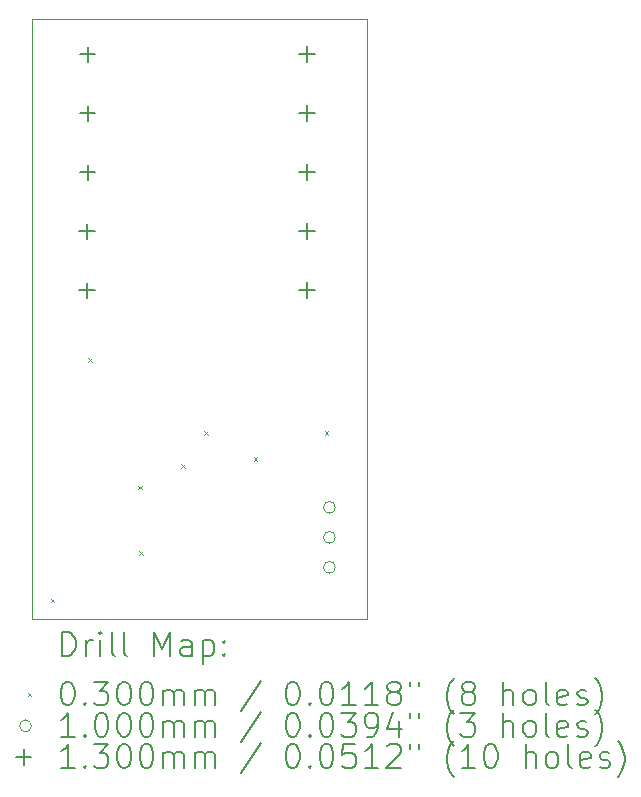
<source format=gbr>
%TF.GenerationSoftware,KiCad,Pcbnew,8.0.6-8.0.6-0~ubuntu24.04.1*%
%TF.CreationDate,2024-10-21T11:40:31+11:00*%
%TF.ProjectId,PCB-Receiver,5043422d-5265-4636-9569-7665722e6b69,rev?*%
%TF.SameCoordinates,Original*%
%TF.FileFunction,Drillmap*%
%TF.FilePolarity,Positive*%
%FSLAX45Y45*%
G04 Gerber Fmt 4.5, Leading zero omitted, Abs format (unit mm)*
G04 Created by KiCad (PCBNEW 8.0.6-8.0.6-0~ubuntu24.04.1) date 2024-10-21 11:40:31*
%MOMM*%
%LPD*%
G01*
G04 APERTURE LIST*
%ADD10C,0.050000*%
%ADD11C,0.200000*%
%ADD12C,0.100000*%
%ADD13C,0.130000*%
G04 APERTURE END LIST*
D10*
X7200000Y-2900000D02*
X10040000Y-2900000D01*
X10040000Y-7980000D01*
X7200000Y-7980000D01*
X7200000Y-2900000D01*
D11*
D12*
X7360000Y-7810000D02*
X7390000Y-7840000D01*
X7390000Y-7810000D02*
X7360000Y-7840000D01*
X7678090Y-5772500D02*
X7708090Y-5802500D01*
X7708090Y-5772500D02*
X7678090Y-5802500D01*
X8100130Y-6854250D02*
X8130130Y-6884250D01*
X8130130Y-6854250D02*
X8100130Y-6884250D01*
X8110000Y-7410000D02*
X8140000Y-7440000D01*
X8140000Y-7410000D02*
X8110000Y-7440000D01*
X8464300Y-6670720D02*
X8494300Y-6700720D01*
X8494300Y-6670720D02*
X8464300Y-6700720D01*
X8662500Y-6391960D02*
X8692500Y-6421960D01*
X8692500Y-6391960D02*
X8662500Y-6421960D01*
X9080000Y-6610910D02*
X9110000Y-6640910D01*
X9110000Y-6610910D02*
X9080000Y-6640910D01*
X9680000Y-6391250D02*
X9710000Y-6421250D01*
X9710000Y-6391250D02*
X9680000Y-6421250D01*
X9770750Y-7036700D02*
G75*
G02*
X9670750Y-7036700I-50000J0D01*
G01*
X9670750Y-7036700D02*
G75*
G02*
X9770750Y-7036700I50000J0D01*
G01*
X9770750Y-7290700D02*
G75*
G02*
X9670750Y-7290700I-50000J0D01*
G01*
X9670750Y-7290700D02*
G75*
G02*
X9770750Y-7290700I50000J0D01*
G01*
X9770750Y-7544700D02*
G75*
G02*
X9670750Y-7544700I-50000J0D01*
G01*
X9670750Y-7544700D02*
G75*
G02*
X9770750Y-7544700I50000J0D01*
G01*
D13*
X7669500Y-4635000D02*
X7669500Y-4765000D01*
X7604500Y-4700000D02*
X7734500Y-4700000D01*
X7669500Y-5135000D02*
X7669500Y-5265000D01*
X7604500Y-5200000D02*
X7734500Y-5200000D01*
X7675000Y-3135000D02*
X7675000Y-3265000D01*
X7610000Y-3200000D02*
X7740000Y-3200000D01*
X7675000Y-3635000D02*
X7675000Y-3765000D01*
X7610000Y-3700000D02*
X7740000Y-3700000D01*
X7675000Y-4135000D02*
X7675000Y-4265000D01*
X7610000Y-4200000D02*
X7740000Y-4200000D01*
X9530500Y-3132000D02*
X9530500Y-3262000D01*
X9465500Y-3197000D02*
X9595500Y-3197000D01*
X9530500Y-3632000D02*
X9530500Y-3762000D01*
X9465500Y-3697000D02*
X9595500Y-3697000D01*
X9530500Y-4132000D02*
X9530500Y-4262000D01*
X9465500Y-4197000D02*
X9595500Y-4197000D01*
X9530500Y-4632000D02*
X9530500Y-4762000D01*
X9465500Y-4697000D02*
X9595500Y-4697000D01*
X9530500Y-5132000D02*
X9530500Y-5262000D01*
X9465500Y-5197000D02*
X9595500Y-5197000D01*
D11*
X7458277Y-8293984D02*
X7458277Y-8093984D01*
X7458277Y-8093984D02*
X7505896Y-8093984D01*
X7505896Y-8093984D02*
X7534467Y-8103508D01*
X7534467Y-8103508D02*
X7553515Y-8122555D01*
X7553515Y-8122555D02*
X7563039Y-8141603D01*
X7563039Y-8141603D02*
X7572562Y-8179698D01*
X7572562Y-8179698D02*
X7572562Y-8208269D01*
X7572562Y-8208269D02*
X7563039Y-8246365D01*
X7563039Y-8246365D02*
X7553515Y-8265412D01*
X7553515Y-8265412D02*
X7534467Y-8284460D01*
X7534467Y-8284460D02*
X7505896Y-8293984D01*
X7505896Y-8293984D02*
X7458277Y-8293984D01*
X7658277Y-8293984D02*
X7658277Y-8160650D01*
X7658277Y-8198746D02*
X7667801Y-8179698D01*
X7667801Y-8179698D02*
X7677324Y-8170174D01*
X7677324Y-8170174D02*
X7696372Y-8160650D01*
X7696372Y-8160650D02*
X7715420Y-8160650D01*
X7782086Y-8293984D02*
X7782086Y-8160650D01*
X7782086Y-8093984D02*
X7772562Y-8103508D01*
X7772562Y-8103508D02*
X7782086Y-8113031D01*
X7782086Y-8113031D02*
X7791610Y-8103508D01*
X7791610Y-8103508D02*
X7782086Y-8093984D01*
X7782086Y-8093984D02*
X7782086Y-8113031D01*
X7905896Y-8293984D02*
X7886848Y-8284460D01*
X7886848Y-8284460D02*
X7877324Y-8265412D01*
X7877324Y-8265412D02*
X7877324Y-8093984D01*
X8010658Y-8293984D02*
X7991610Y-8284460D01*
X7991610Y-8284460D02*
X7982086Y-8265412D01*
X7982086Y-8265412D02*
X7982086Y-8093984D01*
X8239229Y-8293984D02*
X8239229Y-8093984D01*
X8239229Y-8093984D02*
X8305896Y-8236841D01*
X8305896Y-8236841D02*
X8372562Y-8093984D01*
X8372562Y-8093984D02*
X8372562Y-8293984D01*
X8553515Y-8293984D02*
X8553515Y-8189222D01*
X8553515Y-8189222D02*
X8543991Y-8170174D01*
X8543991Y-8170174D02*
X8524944Y-8160650D01*
X8524944Y-8160650D02*
X8486848Y-8160650D01*
X8486848Y-8160650D02*
X8467801Y-8170174D01*
X8553515Y-8284460D02*
X8534467Y-8293984D01*
X8534467Y-8293984D02*
X8486848Y-8293984D01*
X8486848Y-8293984D02*
X8467801Y-8284460D01*
X8467801Y-8284460D02*
X8458277Y-8265412D01*
X8458277Y-8265412D02*
X8458277Y-8246365D01*
X8458277Y-8246365D02*
X8467801Y-8227317D01*
X8467801Y-8227317D02*
X8486848Y-8217793D01*
X8486848Y-8217793D02*
X8534467Y-8217793D01*
X8534467Y-8217793D02*
X8553515Y-8208269D01*
X8648753Y-8160650D02*
X8648753Y-8360650D01*
X8648753Y-8170174D02*
X8667801Y-8160650D01*
X8667801Y-8160650D02*
X8705896Y-8160650D01*
X8705896Y-8160650D02*
X8724944Y-8170174D01*
X8724944Y-8170174D02*
X8734467Y-8179698D01*
X8734467Y-8179698D02*
X8743991Y-8198746D01*
X8743991Y-8198746D02*
X8743991Y-8255888D01*
X8743991Y-8255888D02*
X8734467Y-8274936D01*
X8734467Y-8274936D02*
X8724944Y-8284460D01*
X8724944Y-8284460D02*
X8705896Y-8293984D01*
X8705896Y-8293984D02*
X8667801Y-8293984D01*
X8667801Y-8293984D02*
X8648753Y-8284460D01*
X8829705Y-8274936D02*
X8839229Y-8284460D01*
X8839229Y-8284460D02*
X8829705Y-8293984D01*
X8829705Y-8293984D02*
X8820182Y-8284460D01*
X8820182Y-8284460D02*
X8829705Y-8274936D01*
X8829705Y-8274936D02*
X8829705Y-8293984D01*
X8829705Y-8170174D02*
X8839229Y-8179698D01*
X8839229Y-8179698D02*
X8829705Y-8189222D01*
X8829705Y-8189222D02*
X8820182Y-8179698D01*
X8820182Y-8179698D02*
X8829705Y-8170174D01*
X8829705Y-8170174D02*
X8829705Y-8189222D01*
D12*
X7167500Y-8607500D02*
X7197500Y-8637500D01*
X7197500Y-8607500D02*
X7167500Y-8637500D01*
D11*
X7496372Y-8513984D02*
X7515420Y-8513984D01*
X7515420Y-8513984D02*
X7534467Y-8523508D01*
X7534467Y-8523508D02*
X7543991Y-8533031D01*
X7543991Y-8533031D02*
X7553515Y-8552079D01*
X7553515Y-8552079D02*
X7563039Y-8590174D01*
X7563039Y-8590174D02*
X7563039Y-8637793D01*
X7563039Y-8637793D02*
X7553515Y-8675889D01*
X7553515Y-8675889D02*
X7543991Y-8694936D01*
X7543991Y-8694936D02*
X7534467Y-8704460D01*
X7534467Y-8704460D02*
X7515420Y-8713984D01*
X7515420Y-8713984D02*
X7496372Y-8713984D01*
X7496372Y-8713984D02*
X7477324Y-8704460D01*
X7477324Y-8704460D02*
X7467801Y-8694936D01*
X7467801Y-8694936D02*
X7458277Y-8675889D01*
X7458277Y-8675889D02*
X7448753Y-8637793D01*
X7448753Y-8637793D02*
X7448753Y-8590174D01*
X7448753Y-8590174D02*
X7458277Y-8552079D01*
X7458277Y-8552079D02*
X7467801Y-8533031D01*
X7467801Y-8533031D02*
X7477324Y-8523508D01*
X7477324Y-8523508D02*
X7496372Y-8513984D01*
X7648753Y-8694936D02*
X7658277Y-8704460D01*
X7658277Y-8704460D02*
X7648753Y-8713984D01*
X7648753Y-8713984D02*
X7639229Y-8704460D01*
X7639229Y-8704460D02*
X7648753Y-8694936D01*
X7648753Y-8694936D02*
X7648753Y-8713984D01*
X7724943Y-8513984D02*
X7848753Y-8513984D01*
X7848753Y-8513984D02*
X7782086Y-8590174D01*
X7782086Y-8590174D02*
X7810658Y-8590174D01*
X7810658Y-8590174D02*
X7829705Y-8599698D01*
X7829705Y-8599698D02*
X7839229Y-8609222D01*
X7839229Y-8609222D02*
X7848753Y-8628270D01*
X7848753Y-8628270D02*
X7848753Y-8675889D01*
X7848753Y-8675889D02*
X7839229Y-8694936D01*
X7839229Y-8694936D02*
X7829705Y-8704460D01*
X7829705Y-8704460D02*
X7810658Y-8713984D01*
X7810658Y-8713984D02*
X7753515Y-8713984D01*
X7753515Y-8713984D02*
X7734467Y-8704460D01*
X7734467Y-8704460D02*
X7724943Y-8694936D01*
X7972562Y-8513984D02*
X7991610Y-8513984D01*
X7991610Y-8513984D02*
X8010658Y-8523508D01*
X8010658Y-8523508D02*
X8020182Y-8533031D01*
X8020182Y-8533031D02*
X8029705Y-8552079D01*
X8029705Y-8552079D02*
X8039229Y-8590174D01*
X8039229Y-8590174D02*
X8039229Y-8637793D01*
X8039229Y-8637793D02*
X8029705Y-8675889D01*
X8029705Y-8675889D02*
X8020182Y-8694936D01*
X8020182Y-8694936D02*
X8010658Y-8704460D01*
X8010658Y-8704460D02*
X7991610Y-8713984D01*
X7991610Y-8713984D02*
X7972562Y-8713984D01*
X7972562Y-8713984D02*
X7953515Y-8704460D01*
X7953515Y-8704460D02*
X7943991Y-8694936D01*
X7943991Y-8694936D02*
X7934467Y-8675889D01*
X7934467Y-8675889D02*
X7924943Y-8637793D01*
X7924943Y-8637793D02*
X7924943Y-8590174D01*
X7924943Y-8590174D02*
X7934467Y-8552079D01*
X7934467Y-8552079D02*
X7943991Y-8533031D01*
X7943991Y-8533031D02*
X7953515Y-8523508D01*
X7953515Y-8523508D02*
X7972562Y-8513984D01*
X8163039Y-8513984D02*
X8182086Y-8513984D01*
X8182086Y-8513984D02*
X8201134Y-8523508D01*
X8201134Y-8523508D02*
X8210658Y-8533031D01*
X8210658Y-8533031D02*
X8220182Y-8552079D01*
X8220182Y-8552079D02*
X8229705Y-8590174D01*
X8229705Y-8590174D02*
X8229705Y-8637793D01*
X8229705Y-8637793D02*
X8220182Y-8675889D01*
X8220182Y-8675889D02*
X8210658Y-8694936D01*
X8210658Y-8694936D02*
X8201134Y-8704460D01*
X8201134Y-8704460D02*
X8182086Y-8713984D01*
X8182086Y-8713984D02*
X8163039Y-8713984D01*
X8163039Y-8713984D02*
X8143991Y-8704460D01*
X8143991Y-8704460D02*
X8134467Y-8694936D01*
X8134467Y-8694936D02*
X8124943Y-8675889D01*
X8124943Y-8675889D02*
X8115420Y-8637793D01*
X8115420Y-8637793D02*
X8115420Y-8590174D01*
X8115420Y-8590174D02*
X8124943Y-8552079D01*
X8124943Y-8552079D02*
X8134467Y-8533031D01*
X8134467Y-8533031D02*
X8143991Y-8523508D01*
X8143991Y-8523508D02*
X8163039Y-8513984D01*
X8315420Y-8713984D02*
X8315420Y-8580650D01*
X8315420Y-8599698D02*
X8324943Y-8590174D01*
X8324943Y-8590174D02*
X8343991Y-8580650D01*
X8343991Y-8580650D02*
X8372563Y-8580650D01*
X8372563Y-8580650D02*
X8391610Y-8590174D01*
X8391610Y-8590174D02*
X8401134Y-8609222D01*
X8401134Y-8609222D02*
X8401134Y-8713984D01*
X8401134Y-8609222D02*
X8410658Y-8590174D01*
X8410658Y-8590174D02*
X8429705Y-8580650D01*
X8429705Y-8580650D02*
X8458277Y-8580650D01*
X8458277Y-8580650D02*
X8477325Y-8590174D01*
X8477325Y-8590174D02*
X8486848Y-8609222D01*
X8486848Y-8609222D02*
X8486848Y-8713984D01*
X8582086Y-8713984D02*
X8582086Y-8580650D01*
X8582086Y-8599698D02*
X8591610Y-8590174D01*
X8591610Y-8590174D02*
X8610658Y-8580650D01*
X8610658Y-8580650D02*
X8639229Y-8580650D01*
X8639229Y-8580650D02*
X8658277Y-8590174D01*
X8658277Y-8590174D02*
X8667801Y-8609222D01*
X8667801Y-8609222D02*
X8667801Y-8713984D01*
X8667801Y-8609222D02*
X8677325Y-8590174D01*
X8677325Y-8590174D02*
X8696372Y-8580650D01*
X8696372Y-8580650D02*
X8724944Y-8580650D01*
X8724944Y-8580650D02*
X8743991Y-8590174D01*
X8743991Y-8590174D02*
X8753515Y-8609222D01*
X8753515Y-8609222D02*
X8753515Y-8713984D01*
X9143991Y-8504460D02*
X8972563Y-8761603D01*
X9401134Y-8513984D02*
X9420182Y-8513984D01*
X9420182Y-8513984D02*
X9439229Y-8523508D01*
X9439229Y-8523508D02*
X9448753Y-8533031D01*
X9448753Y-8533031D02*
X9458277Y-8552079D01*
X9458277Y-8552079D02*
X9467801Y-8590174D01*
X9467801Y-8590174D02*
X9467801Y-8637793D01*
X9467801Y-8637793D02*
X9458277Y-8675889D01*
X9458277Y-8675889D02*
X9448753Y-8694936D01*
X9448753Y-8694936D02*
X9439229Y-8704460D01*
X9439229Y-8704460D02*
X9420182Y-8713984D01*
X9420182Y-8713984D02*
X9401134Y-8713984D01*
X9401134Y-8713984D02*
X9382087Y-8704460D01*
X9382087Y-8704460D02*
X9372563Y-8694936D01*
X9372563Y-8694936D02*
X9363039Y-8675889D01*
X9363039Y-8675889D02*
X9353515Y-8637793D01*
X9353515Y-8637793D02*
X9353515Y-8590174D01*
X9353515Y-8590174D02*
X9363039Y-8552079D01*
X9363039Y-8552079D02*
X9372563Y-8533031D01*
X9372563Y-8533031D02*
X9382087Y-8523508D01*
X9382087Y-8523508D02*
X9401134Y-8513984D01*
X9553515Y-8694936D02*
X9563039Y-8704460D01*
X9563039Y-8704460D02*
X9553515Y-8713984D01*
X9553515Y-8713984D02*
X9543991Y-8704460D01*
X9543991Y-8704460D02*
X9553515Y-8694936D01*
X9553515Y-8694936D02*
X9553515Y-8713984D01*
X9686848Y-8513984D02*
X9705896Y-8513984D01*
X9705896Y-8513984D02*
X9724944Y-8523508D01*
X9724944Y-8523508D02*
X9734468Y-8533031D01*
X9734468Y-8533031D02*
X9743991Y-8552079D01*
X9743991Y-8552079D02*
X9753515Y-8590174D01*
X9753515Y-8590174D02*
X9753515Y-8637793D01*
X9753515Y-8637793D02*
X9743991Y-8675889D01*
X9743991Y-8675889D02*
X9734468Y-8694936D01*
X9734468Y-8694936D02*
X9724944Y-8704460D01*
X9724944Y-8704460D02*
X9705896Y-8713984D01*
X9705896Y-8713984D02*
X9686848Y-8713984D01*
X9686848Y-8713984D02*
X9667801Y-8704460D01*
X9667801Y-8704460D02*
X9658277Y-8694936D01*
X9658277Y-8694936D02*
X9648753Y-8675889D01*
X9648753Y-8675889D02*
X9639229Y-8637793D01*
X9639229Y-8637793D02*
X9639229Y-8590174D01*
X9639229Y-8590174D02*
X9648753Y-8552079D01*
X9648753Y-8552079D02*
X9658277Y-8533031D01*
X9658277Y-8533031D02*
X9667801Y-8523508D01*
X9667801Y-8523508D02*
X9686848Y-8513984D01*
X9943991Y-8713984D02*
X9829706Y-8713984D01*
X9886848Y-8713984D02*
X9886848Y-8513984D01*
X9886848Y-8513984D02*
X9867801Y-8542555D01*
X9867801Y-8542555D02*
X9848753Y-8561603D01*
X9848753Y-8561603D02*
X9829706Y-8571127D01*
X10134468Y-8713984D02*
X10020182Y-8713984D01*
X10077325Y-8713984D02*
X10077325Y-8513984D01*
X10077325Y-8513984D02*
X10058277Y-8542555D01*
X10058277Y-8542555D02*
X10039229Y-8561603D01*
X10039229Y-8561603D02*
X10020182Y-8571127D01*
X10248753Y-8599698D02*
X10229706Y-8590174D01*
X10229706Y-8590174D02*
X10220182Y-8580650D01*
X10220182Y-8580650D02*
X10210658Y-8561603D01*
X10210658Y-8561603D02*
X10210658Y-8552079D01*
X10210658Y-8552079D02*
X10220182Y-8533031D01*
X10220182Y-8533031D02*
X10229706Y-8523508D01*
X10229706Y-8523508D02*
X10248753Y-8513984D01*
X10248753Y-8513984D02*
X10286849Y-8513984D01*
X10286849Y-8513984D02*
X10305896Y-8523508D01*
X10305896Y-8523508D02*
X10315420Y-8533031D01*
X10315420Y-8533031D02*
X10324944Y-8552079D01*
X10324944Y-8552079D02*
X10324944Y-8561603D01*
X10324944Y-8561603D02*
X10315420Y-8580650D01*
X10315420Y-8580650D02*
X10305896Y-8590174D01*
X10305896Y-8590174D02*
X10286849Y-8599698D01*
X10286849Y-8599698D02*
X10248753Y-8599698D01*
X10248753Y-8599698D02*
X10229706Y-8609222D01*
X10229706Y-8609222D02*
X10220182Y-8618746D01*
X10220182Y-8618746D02*
X10210658Y-8637793D01*
X10210658Y-8637793D02*
X10210658Y-8675889D01*
X10210658Y-8675889D02*
X10220182Y-8694936D01*
X10220182Y-8694936D02*
X10229706Y-8704460D01*
X10229706Y-8704460D02*
X10248753Y-8713984D01*
X10248753Y-8713984D02*
X10286849Y-8713984D01*
X10286849Y-8713984D02*
X10305896Y-8704460D01*
X10305896Y-8704460D02*
X10315420Y-8694936D01*
X10315420Y-8694936D02*
X10324944Y-8675889D01*
X10324944Y-8675889D02*
X10324944Y-8637793D01*
X10324944Y-8637793D02*
X10315420Y-8618746D01*
X10315420Y-8618746D02*
X10305896Y-8609222D01*
X10305896Y-8609222D02*
X10286849Y-8599698D01*
X10401134Y-8513984D02*
X10401134Y-8552079D01*
X10477325Y-8513984D02*
X10477325Y-8552079D01*
X10772563Y-8790174D02*
X10763039Y-8780650D01*
X10763039Y-8780650D02*
X10743991Y-8752079D01*
X10743991Y-8752079D02*
X10734468Y-8733031D01*
X10734468Y-8733031D02*
X10724944Y-8704460D01*
X10724944Y-8704460D02*
X10715420Y-8656841D01*
X10715420Y-8656841D02*
X10715420Y-8618746D01*
X10715420Y-8618746D02*
X10724944Y-8571127D01*
X10724944Y-8571127D02*
X10734468Y-8542555D01*
X10734468Y-8542555D02*
X10743991Y-8523508D01*
X10743991Y-8523508D02*
X10763039Y-8494936D01*
X10763039Y-8494936D02*
X10772563Y-8485412D01*
X10877325Y-8599698D02*
X10858277Y-8590174D01*
X10858277Y-8590174D02*
X10848753Y-8580650D01*
X10848753Y-8580650D02*
X10839230Y-8561603D01*
X10839230Y-8561603D02*
X10839230Y-8552079D01*
X10839230Y-8552079D02*
X10848753Y-8533031D01*
X10848753Y-8533031D02*
X10858277Y-8523508D01*
X10858277Y-8523508D02*
X10877325Y-8513984D01*
X10877325Y-8513984D02*
X10915420Y-8513984D01*
X10915420Y-8513984D02*
X10934468Y-8523508D01*
X10934468Y-8523508D02*
X10943991Y-8533031D01*
X10943991Y-8533031D02*
X10953515Y-8552079D01*
X10953515Y-8552079D02*
X10953515Y-8561603D01*
X10953515Y-8561603D02*
X10943991Y-8580650D01*
X10943991Y-8580650D02*
X10934468Y-8590174D01*
X10934468Y-8590174D02*
X10915420Y-8599698D01*
X10915420Y-8599698D02*
X10877325Y-8599698D01*
X10877325Y-8599698D02*
X10858277Y-8609222D01*
X10858277Y-8609222D02*
X10848753Y-8618746D01*
X10848753Y-8618746D02*
X10839230Y-8637793D01*
X10839230Y-8637793D02*
X10839230Y-8675889D01*
X10839230Y-8675889D02*
X10848753Y-8694936D01*
X10848753Y-8694936D02*
X10858277Y-8704460D01*
X10858277Y-8704460D02*
X10877325Y-8713984D01*
X10877325Y-8713984D02*
X10915420Y-8713984D01*
X10915420Y-8713984D02*
X10934468Y-8704460D01*
X10934468Y-8704460D02*
X10943991Y-8694936D01*
X10943991Y-8694936D02*
X10953515Y-8675889D01*
X10953515Y-8675889D02*
X10953515Y-8637793D01*
X10953515Y-8637793D02*
X10943991Y-8618746D01*
X10943991Y-8618746D02*
X10934468Y-8609222D01*
X10934468Y-8609222D02*
X10915420Y-8599698D01*
X11191610Y-8713984D02*
X11191610Y-8513984D01*
X11277325Y-8713984D02*
X11277325Y-8609222D01*
X11277325Y-8609222D02*
X11267801Y-8590174D01*
X11267801Y-8590174D02*
X11248753Y-8580650D01*
X11248753Y-8580650D02*
X11220182Y-8580650D01*
X11220182Y-8580650D02*
X11201134Y-8590174D01*
X11201134Y-8590174D02*
X11191610Y-8599698D01*
X11401134Y-8713984D02*
X11382087Y-8704460D01*
X11382087Y-8704460D02*
X11372563Y-8694936D01*
X11372563Y-8694936D02*
X11363039Y-8675889D01*
X11363039Y-8675889D02*
X11363039Y-8618746D01*
X11363039Y-8618746D02*
X11372563Y-8599698D01*
X11372563Y-8599698D02*
X11382087Y-8590174D01*
X11382087Y-8590174D02*
X11401134Y-8580650D01*
X11401134Y-8580650D02*
X11429706Y-8580650D01*
X11429706Y-8580650D02*
X11448753Y-8590174D01*
X11448753Y-8590174D02*
X11458277Y-8599698D01*
X11458277Y-8599698D02*
X11467801Y-8618746D01*
X11467801Y-8618746D02*
X11467801Y-8675889D01*
X11467801Y-8675889D02*
X11458277Y-8694936D01*
X11458277Y-8694936D02*
X11448753Y-8704460D01*
X11448753Y-8704460D02*
X11429706Y-8713984D01*
X11429706Y-8713984D02*
X11401134Y-8713984D01*
X11582087Y-8713984D02*
X11563039Y-8704460D01*
X11563039Y-8704460D02*
X11553515Y-8685412D01*
X11553515Y-8685412D02*
X11553515Y-8513984D01*
X11734468Y-8704460D02*
X11715420Y-8713984D01*
X11715420Y-8713984D02*
X11677325Y-8713984D01*
X11677325Y-8713984D02*
X11658277Y-8704460D01*
X11658277Y-8704460D02*
X11648753Y-8685412D01*
X11648753Y-8685412D02*
X11648753Y-8609222D01*
X11648753Y-8609222D02*
X11658277Y-8590174D01*
X11658277Y-8590174D02*
X11677325Y-8580650D01*
X11677325Y-8580650D02*
X11715420Y-8580650D01*
X11715420Y-8580650D02*
X11734468Y-8590174D01*
X11734468Y-8590174D02*
X11743991Y-8609222D01*
X11743991Y-8609222D02*
X11743991Y-8628270D01*
X11743991Y-8628270D02*
X11648753Y-8647317D01*
X11820182Y-8704460D02*
X11839230Y-8713984D01*
X11839230Y-8713984D02*
X11877325Y-8713984D01*
X11877325Y-8713984D02*
X11896372Y-8704460D01*
X11896372Y-8704460D02*
X11905896Y-8685412D01*
X11905896Y-8685412D02*
X11905896Y-8675889D01*
X11905896Y-8675889D02*
X11896372Y-8656841D01*
X11896372Y-8656841D02*
X11877325Y-8647317D01*
X11877325Y-8647317D02*
X11848753Y-8647317D01*
X11848753Y-8647317D02*
X11829706Y-8637793D01*
X11829706Y-8637793D02*
X11820182Y-8618746D01*
X11820182Y-8618746D02*
X11820182Y-8609222D01*
X11820182Y-8609222D02*
X11829706Y-8590174D01*
X11829706Y-8590174D02*
X11848753Y-8580650D01*
X11848753Y-8580650D02*
X11877325Y-8580650D01*
X11877325Y-8580650D02*
X11896372Y-8590174D01*
X11972563Y-8790174D02*
X11982087Y-8780650D01*
X11982087Y-8780650D02*
X12001134Y-8752079D01*
X12001134Y-8752079D02*
X12010658Y-8733031D01*
X12010658Y-8733031D02*
X12020182Y-8704460D01*
X12020182Y-8704460D02*
X12029706Y-8656841D01*
X12029706Y-8656841D02*
X12029706Y-8618746D01*
X12029706Y-8618746D02*
X12020182Y-8571127D01*
X12020182Y-8571127D02*
X12010658Y-8542555D01*
X12010658Y-8542555D02*
X12001134Y-8523508D01*
X12001134Y-8523508D02*
X11982087Y-8494936D01*
X11982087Y-8494936D02*
X11972563Y-8485412D01*
D12*
X7197500Y-8886500D02*
G75*
G02*
X7097500Y-8886500I-50000J0D01*
G01*
X7097500Y-8886500D02*
G75*
G02*
X7197500Y-8886500I50000J0D01*
G01*
D11*
X7563039Y-8977984D02*
X7448753Y-8977984D01*
X7505896Y-8977984D02*
X7505896Y-8777984D01*
X7505896Y-8777984D02*
X7486848Y-8806555D01*
X7486848Y-8806555D02*
X7467801Y-8825603D01*
X7467801Y-8825603D02*
X7448753Y-8835127D01*
X7648753Y-8958936D02*
X7658277Y-8968460D01*
X7658277Y-8968460D02*
X7648753Y-8977984D01*
X7648753Y-8977984D02*
X7639229Y-8968460D01*
X7639229Y-8968460D02*
X7648753Y-8958936D01*
X7648753Y-8958936D02*
X7648753Y-8977984D01*
X7782086Y-8777984D02*
X7801134Y-8777984D01*
X7801134Y-8777984D02*
X7820182Y-8787508D01*
X7820182Y-8787508D02*
X7829705Y-8797031D01*
X7829705Y-8797031D02*
X7839229Y-8816079D01*
X7839229Y-8816079D02*
X7848753Y-8854174D01*
X7848753Y-8854174D02*
X7848753Y-8901793D01*
X7848753Y-8901793D02*
X7839229Y-8939889D01*
X7839229Y-8939889D02*
X7829705Y-8958936D01*
X7829705Y-8958936D02*
X7820182Y-8968460D01*
X7820182Y-8968460D02*
X7801134Y-8977984D01*
X7801134Y-8977984D02*
X7782086Y-8977984D01*
X7782086Y-8977984D02*
X7763039Y-8968460D01*
X7763039Y-8968460D02*
X7753515Y-8958936D01*
X7753515Y-8958936D02*
X7743991Y-8939889D01*
X7743991Y-8939889D02*
X7734467Y-8901793D01*
X7734467Y-8901793D02*
X7734467Y-8854174D01*
X7734467Y-8854174D02*
X7743991Y-8816079D01*
X7743991Y-8816079D02*
X7753515Y-8797031D01*
X7753515Y-8797031D02*
X7763039Y-8787508D01*
X7763039Y-8787508D02*
X7782086Y-8777984D01*
X7972562Y-8777984D02*
X7991610Y-8777984D01*
X7991610Y-8777984D02*
X8010658Y-8787508D01*
X8010658Y-8787508D02*
X8020182Y-8797031D01*
X8020182Y-8797031D02*
X8029705Y-8816079D01*
X8029705Y-8816079D02*
X8039229Y-8854174D01*
X8039229Y-8854174D02*
X8039229Y-8901793D01*
X8039229Y-8901793D02*
X8029705Y-8939889D01*
X8029705Y-8939889D02*
X8020182Y-8958936D01*
X8020182Y-8958936D02*
X8010658Y-8968460D01*
X8010658Y-8968460D02*
X7991610Y-8977984D01*
X7991610Y-8977984D02*
X7972562Y-8977984D01*
X7972562Y-8977984D02*
X7953515Y-8968460D01*
X7953515Y-8968460D02*
X7943991Y-8958936D01*
X7943991Y-8958936D02*
X7934467Y-8939889D01*
X7934467Y-8939889D02*
X7924943Y-8901793D01*
X7924943Y-8901793D02*
X7924943Y-8854174D01*
X7924943Y-8854174D02*
X7934467Y-8816079D01*
X7934467Y-8816079D02*
X7943991Y-8797031D01*
X7943991Y-8797031D02*
X7953515Y-8787508D01*
X7953515Y-8787508D02*
X7972562Y-8777984D01*
X8163039Y-8777984D02*
X8182086Y-8777984D01*
X8182086Y-8777984D02*
X8201134Y-8787508D01*
X8201134Y-8787508D02*
X8210658Y-8797031D01*
X8210658Y-8797031D02*
X8220182Y-8816079D01*
X8220182Y-8816079D02*
X8229705Y-8854174D01*
X8229705Y-8854174D02*
X8229705Y-8901793D01*
X8229705Y-8901793D02*
X8220182Y-8939889D01*
X8220182Y-8939889D02*
X8210658Y-8958936D01*
X8210658Y-8958936D02*
X8201134Y-8968460D01*
X8201134Y-8968460D02*
X8182086Y-8977984D01*
X8182086Y-8977984D02*
X8163039Y-8977984D01*
X8163039Y-8977984D02*
X8143991Y-8968460D01*
X8143991Y-8968460D02*
X8134467Y-8958936D01*
X8134467Y-8958936D02*
X8124943Y-8939889D01*
X8124943Y-8939889D02*
X8115420Y-8901793D01*
X8115420Y-8901793D02*
X8115420Y-8854174D01*
X8115420Y-8854174D02*
X8124943Y-8816079D01*
X8124943Y-8816079D02*
X8134467Y-8797031D01*
X8134467Y-8797031D02*
X8143991Y-8787508D01*
X8143991Y-8787508D02*
X8163039Y-8777984D01*
X8315420Y-8977984D02*
X8315420Y-8844650D01*
X8315420Y-8863698D02*
X8324943Y-8854174D01*
X8324943Y-8854174D02*
X8343991Y-8844650D01*
X8343991Y-8844650D02*
X8372563Y-8844650D01*
X8372563Y-8844650D02*
X8391610Y-8854174D01*
X8391610Y-8854174D02*
X8401134Y-8873222D01*
X8401134Y-8873222D02*
X8401134Y-8977984D01*
X8401134Y-8873222D02*
X8410658Y-8854174D01*
X8410658Y-8854174D02*
X8429705Y-8844650D01*
X8429705Y-8844650D02*
X8458277Y-8844650D01*
X8458277Y-8844650D02*
X8477325Y-8854174D01*
X8477325Y-8854174D02*
X8486848Y-8873222D01*
X8486848Y-8873222D02*
X8486848Y-8977984D01*
X8582086Y-8977984D02*
X8582086Y-8844650D01*
X8582086Y-8863698D02*
X8591610Y-8854174D01*
X8591610Y-8854174D02*
X8610658Y-8844650D01*
X8610658Y-8844650D02*
X8639229Y-8844650D01*
X8639229Y-8844650D02*
X8658277Y-8854174D01*
X8658277Y-8854174D02*
X8667801Y-8873222D01*
X8667801Y-8873222D02*
X8667801Y-8977984D01*
X8667801Y-8873222D02*
X8677325Y-8854174D01*
X8677325Y-8854174D02*
X8696372Y-8844650D01*
X8696372Y-8844650D02*
X8724944Y-8844650D01*
X8724944Y-8844650D02*
X8743991Y-8854174D01*
X8743991Y-8854174D02*
X8753515Y-8873222D01*
X8753515Y-8873222D02*
X8753515Y-8977984D01*
X9143991Y-8768460D02*
X8972563Y-9025603D01*
X9401134Y-8777984D02*
X9420182Y-8777984D01*
X9420182Y-8777984D02*
X9439229Y-8787508D01*
X9439229Y-8787508D02*
X9448753Y-8797031D01*
X9448753Y-8797031D02*
X9458277Y-8816079D01*
X9458277Y-8816079D02*
X9467801Y-8854174D01*
X9467801Y-8854174D02*
X9467801Y-8901793D01*
X9467801Y-8901793D02*
X9458277Y-8939889D01*
X9458277Y-8939889D02*
X9448753Y-8958936D01*
X9448753Y-8958936D02*
X9439229Y-8968460D01*
X9439229Y-8968460D02*
X9420182Y-8977984D01*
X9420182Y-8977984D02*
X9401134Y-8977984D01*
X9401134Y-8977984D02*
X9382087Y-8968460D01*
X9382087Y-8968460D02*
X9372563Y-8958936D01*
X9372563Y-8958936D02*
X9363039Y-8939889D01*
X9363039Y-8939889D02*
X9353515Y-8901793D01*
X9353515Y-8901793D02*
X9353515Y-8854174D01*
X9353515Y-8854174D02*
X9363039Y-8816079D01*
X9363039Y-8816079D02*
X9372563Y-8797031D01*
X9372563Y-8797031D02*
X9382087Y-8787508D01*
X9382087Y-8787508D02*
X9401134Y-8777984D01*
X9553515Y-8958936D02*
X9563039Y-8968460D01*
X9563039Y-8968460D02*
X9553515Y-8977984D01*
X9553515Y-8977984D02*
X9543991Y-8968460D01*
X9543991Y-8968460D02*
X9553515Y-8958936D01*
X9553515Y-8958936D02*
X9553515Y-8977984D01*
X9686848Y-8777984D02*
X9705896Y-8777984D01*
X9705896Y-8777984D02*
X9724944Y-8787508D01*
X9724944Y-8787508D02*
X9734468Y-8797031D01*
X9734468Y-8797031D02*
X9743991Y-8816079D01*
X9743991Y-8816079D02*
X9753515Y-8854174D01*
X9753515Y-8854174D02*
X9753515Y-8901793D01*
X9753515Y-8901793D02*
X9743991Y-8939889D01*
X9743991Y-8939889D02*
X9734468Y-8958936D01*
X9734468Y-8958936D02*
X9724944Y-8968460D01*
X9724944Y-8968460D02*
X9705896Y-8977984D01*
X9705896Y-8977984D02*
X9686848Y-8977984D01*
X9686848Y-8977984D02*
X9667801Y-8968460D01*
X9667801Y-8968460D02*
X9658277Y-8958936D01*
X9658277Y-8958936D02*
X9648753Y-8939889D01*
X9648753Y-8939889D02*
X9639229Y-8901793D01*
X9639229Y-8901793D02*
X9639229Y-8854174D01*
X9639229Y-8854174D02*
X9648753Y-8816079D01*
X9648753Y-8816079D02*
X9658277Y-8797031D01*
X9658277Y-8797031D02*
X9667801Y-8787508D01*
X9667801Y-8787508D02*
X9686848Y-8777984D01*
X9820182Y-8777984D02*
X9943991Y-8777984D01*
X9943991Y-8777984D02*
X9877325Y-8854174D01*
X9877325Y-8854174D02*
X9905896Y-8854174D01*
X9905896Y-8854174D02*
X9924944Y-8863698D01*
X9924944Y-8863698D02*
X9934468Y-8873222D01*
X9934468Y-8873222D02*
X9943991Y-8892270D01*
X9943991Y-8892270D02*
X9943991Y-8939889D01*
X9943991Y-8939889D02*
X9934468Y-8958936D01*
X9934468Y-8958936D02*
X9924944Y-8968460D01*
X9924944Y-8968460D02*
X9905896Y-8977984D01*
X9905896Y-8977984D02*
X9848753Y-8977984D01*
X9848753Y-8977984D02*
X9829706Y-8968460D01*
X9829706Y-8968460D02*
X9820182Y-8958936D01*
X10039229Y-8977984D02*
X10077325Y-8977984D01*
X10077325Y-8977984D02*
X10096372Y-8968460D01*
X10096372Y-8968460D02*
X10105896Y-8958936D01*
X10105896Y-8958936D02*
X10124944Y-8930365D01*
X10124944Y-8930365D02*
X10134468Y-8892270D01*
X10134468Y-8892270D02*
X10134468Y-8816079D01*
X10134468Y-8816079D02*
X10124944Y-8797031D01*
X10124944Y-8797031D02*
X10115420Y-8787508D01*
X10115420Y-8787508D02*
X10096372Y-8777984D01*
X10096372Y-8777984D02*
X10058277Y-8777984D01*
X10058277Y-8777984D02*
X10039229Y-8787508D01*
X10039229Y-8787508D02*
X10029706Y-8797031D01*
X10029706Y-8797031D02*
X10020182Y-8816079D01*
X10020182Y-8816079D02*
X10020182Y-8863698D01*
X10020182Y-8863698D02*
X10029706Y-8882746D01*
X10029706Y-8882746D02*
X10039229Y-8892270D01*
X10039229Y-8892270D02*
X10058277Y-8901793D01*
X10058277Y-8901793D02*
X10096372Y-8901793D01*
X10096372Y-8901793D02*
X10115420Y-8892270D01*
X10115420Y-8892270D02*
X10124944Y-8882746D01*
X10124944Y-8882746D02*
X10134468Y-8863698D01*
X10305896Y-8844650D02*
X10305896Y-8977984D01*
X10258277Y-8768460D02*
X10210658Y-8911317D01*
X10210658Y-8911317D02*
X10334468Y-8911317D01*
X10401134Y-8777984D02*
X10401134Y-8816079D01*
X10477325Y-8777984D02*
X10477325Y-8816079D01*
X10772563Y-9054174D02*
X10763039Y-9044650D01*
X10763039Y-9044650D02*
X10743991Y-9016079D01*
X10743991Y-9016079D02*
X10734468Y-8997031D01*
X10734468Y-8997031D02*
X10724944Y-8968460D01*
X10724944Y-8968460D02*
X10715420Y-8920841D01*
X10715420Y-8920841D02*
X10715420Y-8882746D01*
X10715420Y-8882746D02*
X10724944Y-8835127D01*
X10724944Y-8835127D02*
X10734468Y-8806555D01*
X10734468Y-8806555D02*
X10743991Y-8787508D01*
X10743991Y-8787508D02*
X10763039Y-8758936D01*
X10763039Y-8758936D02*
X10772563Y-8749412D01*
X10829706Y-8777984D02*
X10953515Y-8777984D01*
X10953515Y-8777984D02*
X10886849Y-8854174D01*
X10886849Y-8854174D02*
X10915420Y-8854174D01*
X10915420Y-8854174D02*
X10934468Y-8863698D01*
X10934468Y-8863698D02*
X10943991Y-8873222D01*
X10943991Y-8873222D02*
X10953515Y-8892270D01*
X10953515Y-8892270D02*
X10953515Y-8939889D01*
X10953515Y-8939889D02*
X10943991Y-8958936D01*
X10943991Y-8958936D02*
X10934468Y-8968460D01*
X10934468Y-8968460D02*
X10915420Y-8977984D01*
X10915420Y-8977984D02*
X10858277Y-8977984D01*
X10858277Y-8977984D02*
X10839230Y-8968460D01*
X10839230Y-8968460D02*
X10829706Y-8958936D01*
X11191610Y-8977984D02*
X11191610Y-8777984D01*
X11277325Y-8977984D02*
X11277325Y-8873222D01*
X11277325Y-8873222D02*
X11267801Y-8854174D01*
X11267801Y-8854174D02*
X11248753Y-8844650D01*
X11248753Y-8844650D02*
X11220182Y-8844650D01*
X11220182Y-8844650D02*
X11201134Y-8854174D01*
X11201134Y-8854174D02*
X11191610Y-8863698D01*
X11401134Y-8977984D02*
X11382087Y-8968460D01*
X11382087Y-8968460D02*
X11372563Y-8958936D01*
X11372563Y-8958936D02*
X11363039Y-8939889D01*
X11363039Y-8939889D02*
X11363039Y-8882746D01*
X11363039Y-8882746D02*
X11372563Y-8863698D01*
X11372563Y-8863698D02*
X11382087Y-8854174D01*
X11382087Y-8854174D02*
X11401134Y-8844650D01*
X11401134Y-8844650D02*
X11429706Y-8844650D01*
X11429706Y-8844650D02*
X11448753Y-8854174D01*
X11448753Y-8854174D02*
X11458277Y-8863698D01*
X11458277Y-8863698D02*
X11467801Y-8882746D01*
X11467801Y-8882746D02*
X11467801Y-8939889D01*
X11467801Y-8939889D02*
X11458277Y-8958936D01*
X11458277Y-8958936D02*
X11448753Y-8968460D01*
X11448753Y-8968460D02*
X11429706Y-8977984D01*
X11429706Y-8977984D02*
X11401134Y-8977984D01*
X11582087Y-8977984D02*
X11563039Y-8968460D01*
X11563039Y-8968460D02*
X11553515Y-8949412D01*
X11553515Y-8949412D02*
X11553515Y-8777984D01*
X11734468Y-8968460D02*
X11715420Y-8977984D01*
X11715420Y-8977984D02*
X11677325Y-8977984D01*
X11677325Y-8977984D02*
X11658277Y-8968460D01*
X11658277Y-8968460D02*
X11648753Y-8949412D01*
X11648753Y-8949412D02*
X11648753Y-8873222D01*
X11648753Y-8873222D02*
X11658277Y-8854174D01*
X11658277Y-8854174D02*
X11677325Y-8844650D01*
X11677325Y-8844650D02*
X11715420Y-8844650D01*
X11715420Y-8844650D02*
X11734468Y-8854174D01*
X11734468Y-8854174D02*
X11743991Y-8873222D01*
X11743991Y-8873222D02*
X11743991Y-8892270D01*
X11743991Y-8892270D02*
X11648753Y-8911317D01*
X11820182Y-8968460D02*
X11839230Y-8977984D01*
X11839230Y-8977984D02*
X11877325Y-8977984D01*
X11877325Y-8977984D02*
X11896372Y-8968460D01*
X11896372Y-8968460D02*
X11905896Y-8949412D01*
X11905896Y-8949412D02*
X11905896Y-8939889D01*
X11905896Y-8939889D02*
X11896372Y-8920841D01*
X11896372Y-8920841D02*
X11877325Y-8911317D01*
X11877325Y-8911317D02*
X11848753Y-8911317D01*
X11848753Y-8911317D02*
X11829706Y-8901793D01*
X11829706Y-8901793D02*
X11820182Y-8882746D01*
X11820182Y-8882746D02*
X11820182Y-8873222D01*
X11820182Y-8873222D02*
X11829706Y-8854174D01*
X11829706Y-8854174D02*
X11848753Y-8844650D01*
X11848753Y-8844650D02*
X11877325Y-8844650D01*
X11877325Y-8844650D02*
X11896372Y-8854174D01*
X11972563Y-9054174D02*
X11982087Y-9044650D01*
X11982087Y-9044650D02*
X12001134Y-9016079D01*
X12001134Y-9016079D02*
X12010658Y-8997031D01*
X12010658Y-8997031D02*
X12020182Y-8968460D01*
X12020182Y-8968460D02*
X12029706Y-8920841D01*
X12029706Y-8920841D02*
X12029706Y-8882746D01*
X12029706Y-8882746D02*
X12020182Y-8835127D01*
X12020182Y-8835127D02*
X12010658Y-8806555D01*
X12010658Y-8806555D02*
X12001134Y-8787508D01*
X12001134Y-8787508D02*
X11982087Y-8758936D01*
X11982087Y-8758936D02*
X11972563Y-8749412D01*
D13*
X7132500Y-9085500D02*
X7132500Y-9215500D01*
X7067500Y-9150500D02*
X7197500Y-9150500D01*
D11*
X7563039Y-9241984D02*
X7448753Y-9241984D01*
X7505896Y-9241984D02*
X7505896Y-9041984D01*
X7505896Y-9041984D02*
X7486848Y-9070555D01*
X7486848Y-9070555D02*
X7467801Y-9089603D01*
X7467801Y-9089603D02*
X7448753Y-9099127D01*
X7648753Y-9222936D02*
X7658277Y-9232460D01*
X7658277Y-9232460D02*
X7648753Y-9241984D01*
X7648753Y-9241984D02*
X7639229Y-9232460D01*
X7639229Y-9232460D02*
X7648753Y-9222936D01*
X7648753Y-9222936D02*
X7648753Y-9241984D01*
X7724943Y-9041984D02*
X7848753Y-9041984D01*
X7848753Y-9041984D02*
X7782086Y-9118174D01*
X7782086Y-9118174D02*
X7810658Y-9118174D01*
X7810658Y-9118174D02*
X7829705Y-9127698D01*
X7829705Y-9127698D02*
X7839229Y-9137222D01*
X7839229Y-9137222D02*
X7848753Y-9156270D01*
X7848753Y-9156270D02*
X7848753Y-9203889D01*
X7848753Y-9203889D02*
X7839229Y-9222936D01*
X7839229Y-9222936D02*
X7829705Y-9232460D01*
X7829705Y-9232460D02*
X7810658Y-9241984D01*
X7810658Y-9241984D02*
X7753515Y-9241984D01*
X7753515Y-9241984D02*
X7734467Y-9232460D01*
X7734467Y-9232460D02*
X7724943Y-9222936D01*
X7972562Y-9041984D02*
X7991610Y-9041984D01*
X7991610Y-9041984D02*
X8010658Y-9051508D01*
X8010658Y-9051508D02*
X8020182Y-9061031D01*
X8020182Y-9061031D02*
X8029705Y-9080079D01*
X8029705Y-9080079D02*
X8039229Y-9118174D01*
X8039229Y-9118174D02*
X8039229Y-9165793D01*
X8039229Y-9165793D02*
X8029705Y-9203889D01*
X8029705Y-9203889D02*
X8020182Y-9222936D01*
X8020182Y-9222936D02*
X8010658Y-9232460D01*
X8010658Y-9232460D02*
X7991610Y-9241984D01*
X7991610Y-9241984D02*
X7972562Y-9241984D01*
X7972562Y-9241984D02*
X7953515Y-9232460D01*
X7953515Y-9232460D02*
X7943991Y-9222936D01*
X7943991Y-9222936D02*
X7934467Y-9203889D01*
X7934467Y-9203889D02*
X7924943Y-9165793D01*
X7924943Y-9165793D02*
X7924943Y-9118174D01*
X7924943Y-9118174D02*
X7934467Y-9080079D01*
X7934467Y-9080079D02*
X7943991Y-9061031D01*
X7943991Y-9061031D02*
X7953515Y-9051508D01*
X7953515Y-9051508D02*
X7972562Y-9041984D01*
X8163039Y-9041984D02*
X8182086Y-9041984D01*
X8182086Y-9041984D02*
X8201134Y-9051508D01*
X8201134Y-9051508D02*
X8210658Y-9061031D01*
X8210658Y-9061031D02*
X8220182Y-9080079D01*
X8220182Y-9080079D02*
X8229705Y-9118174D01*
X8229705Y-9118174D02*
X8229705Y-9165793D01*
X8229705Y-9165793D02*
X8220182Y-9203889D01*
X8220182Y-9203889D02*
X8210658Y-9222936D01*
X8210658Y-9222936D02*
X8201134Y-9232460D01*
X8201134Y-9232460D02*
X8182086Y-9241984D01*
X8182086Y-9241984D02*
X8163039Y-9241984D01*
X8163039Y-9241984D02*
X8143991Y-9232460D01*
X8143991Y-9232460D02*
X8134467Y-9222936D01*
X8134467Y-9222936D02*
X8124943Y-9203889D01*
X8124943Y-9203889D02*
X8115420Y-9165793D01*
X8115420Y-9165793D02*
X8115420Y-9118174D01*
X8115420Y-9118174D02*
X8124943Y-9080079D01*
X8124943Y-9080079D02*
X8134467Y-9061031D01*
X8134467Y-9061031D02*
X8143991Y-9051508D01*
X8143991Y-9051508D02*
X8163039Y-9041984D01*
X8315420Y-9241984D02*
X8315420Y-9108650D01*
X8315420Y-9127698D02*
X8324943Y-9118174D01*
X8324943Y-9118174D02*
X8343991Y-9108650D01*
X8343991Y-9108650D02*
X8372563Y-9108650D01*
X8372563Y-9108650D02*
X8391610Y-9118174D01*
X8391610Y-9118174D02*
X8401134Y-9137222D01*
X8401134Y-9137222D02*
X8401134Y-9241984D01*
X8401134Y-9137222D02*
X8410658Y-9118174D01*
X8410658Y-9118174D02*
X8429705Y-9108650D01*
X8429705Y-9108650D02*
X8458277Y-9108650D01*
X8458277Y-9108650D02*
X8477325Y-9118174D01*
X8477325Y-9118174D02*
X8486848Y-9137222D01*
X8486848Y-9137222D02*
X8486848Y-9241984D01*
X8582086Y-9241984D02*
X8582086Y-9108650D01*
X8582086Y-9127698D02*
X8591610Y-9118174D01*
X8591610Y-9118174D02*
X8610658Y-9108650D01*
X8610658Y-9108650D02*
X8639229Y-9108650D01*
X8639229Y-9108650D02*
X8658277Y-9118174D01*
X8658277Y-9118174D02*
X8667801Y-9137222D01*
X8667801Y-9137222D02*
X8667801Y-9241984D01*
X8667801Y-9137222D02*
X8677325Y-9118174D01*
X8677325Y-9118174D02*
X8696372Y-9108650D01*
X8696372Y-9108650D02*
X8724944Y-9108650D01*
X8724944Y-9108650D02*
X8743991Y-9118174D01*
X8743991Y-9118174D02*
X8753515Y-9137222D01*
X8753515Y-9137222D02*
X8753515Y-9241984D01*
X9143991Y-9032460D02*
X8972563Y-9289603D01*
X9401134Y-9041984D02*
X9420182Y-9041984D01*
X9420182Y-9041984D02*
X9439229Y-9051508D01*
X9439229Y-9051508D02*
X9448753Y-9061031D01*
X9448753Y-9061031D02*
X9458277Y-9080079D01*
X9458277Y-9080079D02*
X9467801Y-9118174D01*
X9467801Y-9118174D02*
X9467801Y-9165793D01*
X9467801Y-9165793D02*
X9458277Y-9203889D01*
X9458277Y-9203889D02*
X9448753Y-9222936D01*
X9448753Y-9222936D02*
X9439229Y-9232460D01*
X9439229Y-9232460D02*
X9420182Y-9241984D01*
X9420182Y-9241984D02*
X9401134Y-9241984D01*
X9401134Y-9241984D02*
X9382087Y-9232460D01*
X9382087Y-9232460D02*
X9372563Y-9222936D01*
X9372563Y-9222936D02*
X9363039Y-9203889D01*
X9363039Y-9203889D02*
X9353515Y-9165793D01*
X9353515Y-9165793D02*
X9353515Y-9118174D01*
X9353515Y-9118174D02*
X9363039Y-9080079D01*
X9363039Y-9080079D02*
X9372563Y-9061031D01*
X9372563Y-9061031D02*
X9382087Y-9051508D01*
X9382087Y-9051508D02*
X9401134Y-9041984D01*
X9553515Y-9222936D02*
X9563039Y-9232460D01*
X9563039Y-9232460D02*
X9553515Y-9241984D01*
X9553515Y-9241984D02*
X9543991Y-9232460D01*
X9543991Y-9232460D02*
X9553515Y-9222936D01*
X9553515Y-9222936D02*
X9553515Y-9241984D01*
X9686848Y-9041984D02*
X9705896Y-9041984D01*
X9705896Y-9041984D02*
X9724944Y-9051508D01*
X9724944Y-9051508D02*
X9734468Y-9061031D01*
X9734468Y-9061031D02*
X9743991Y-9080079D01*
X9743991Y-9080079D02*
X9753515Y-9118174D01*
X9753515Y-9118174D02*
X9753515Y-9165793D01*
X9753515Y-9165793D02*
X9743991Y-9203889D01*
X9743991Y-9203889D02*
X9734468Y-9222936D01*
X9734468Y-9222936D02*
X9724944Y-9232460D01*
X9724944Y-9232460D02*
X9705896Y-9241984D01*
X9705896Y-9241984D02*
X9686848Y-9241984D01*
X9686848Y-9241984D02*
X9667801Y-9232460D01*
X9667801Y-9232460D02*
X9658277Y-9222936D01*
X9658277Y-9222936D02*
X9648753Y-9203889D01*
X9648753Y-9203889D02*
X9639229Y-9165793D01*
X9639229Y-9165793D02*
X9639229Y-9118174D01*
X9639229Y-9118174D02*
X9648753Y-9080079D01*
X9648753Y-9080079D02*
X9658277Y-9061031D01*
X9658277Y-9061031D02*
X9667801Y-9051508D01*
X9667801Y-9051508D02*
X9686848Y-9041984D01*
X9934468Y-9041984D02*
X9839229Y-9041984D01*
X9839229Y-9041984D02*
X9829706Y-9137222D01*
X9829706Y-9137222D02*
X9839229Y-9127698D01*
X9839229Y-9127698D02*
X9858277Y-9118174D01*
X9858277Y-9118174D02*
X9905896Y-9118174D01*
X9905896Y-9118174D02*
X9924944Y-9127698D01*
X9924944Y-9127698D02*
X9934468Y-9137222D01*
X9934468Y-9137222D02*
X9943991Y-9156270D01*
X9943991Y-9156270D02*
X9943991Y-9203889D01*
X9943991Y-9203889D02*
X9934468Y-9222936D01*
X9934468Y-9222936D02*
X9924944Y-9232460D01*
X9924944Y-9232460D02*
X9905896Y-9241984D01*
X9905896Y-9241984D02*
X9858277Y-9241984D01*
X9858277Y-9241984D02*
X9839229Y-9232460D01*
X9839229Y-9232460D02*
X9829706Y-9222936D01*
X10134468Y-9241984D02*
X10020182Y-9241984D01*
X10077325Y-9241984D02*
X10077325Y-9041984D01*
X10077325Y-9041984D02*
X10058277Y-9070555D01*
X10058277Y-9070555D02*
X10039229Y-9089603D01*
X10039229Y-9089603D02*
X10020182Y-9099127D01*
X10210658Y-9061031D02*
X10220182Y-9051508D01*
X10220182Y-9051508D02*
X10239229Y-9041984D01*
X10239229Y-9041984D02*
X10286849Y-9041984D01*
X10286849Y-9041984D02*
X10305896Y-9051508D01*
X10305896Y-9051508D02*
X10315420Y-9061031D01*
X10315420Y-9061031D02*
X10324944Y-9080079D01*
X10324944Y-9080079D02*
X10324944Y-9099127D01*
X10324944Y-9099127D02*
X10315420Y-9127698D01*
X10315420Y-9127698D02*
X10201134Y-9241984D01*
X10201134Y-9241984D02*
X10324944Y-9241984D01*
X10401134Y-9041984D02*
X10401134Y-9080079D01*
X10477325Y-9041984D02*
X10477325Y-9080079D01*
X10772563Y-9318174D02*
X10763039Y-9308650D01*
X10763039Y-9308650D02*
X10743991Y-9280079D01*
X10743991Y-9280079D02*
X10734468Y-9261031D01*
X10734468Y-9261031D02*
X10724944Y-9232460D01*
X10724944Y-9232460D02*
X10715420Y-9184841D01*
X10715420Y-9184841D02*
X10715420Y-9146746D01*
X10715420Y-9146746D02*
X10724944Y-9099127D01*
X10724944Y-9099127D02*
X10734468Y-9070555D01*
X10734468Y-9070555D02*
X10743991Y-9051508D01*
X10743991Y-9051508D02*
X10763039Y-9022936D01*
X10763039Y-9022936D02*
X10772563Y-9013412D01*
X10953515Y-9241984D02*
X10839230Y-9241984D01*
X10896372Y-9241984D02*
X10896372Y-9041984D01*
X10896372Y-9041984D02*
X10877325Y-9070555D01*
X10877325Y-9070555D02*
X10858277Y-9089603D01*
X10858277Y-9089603D02*
X10839230Y-9099127D01*
X11077325Y-9041984D02*
X11096372Y-9041984D01*
X11096372Y-9041984D02*
X11115420Y-9051508D01*
X11115420Y-9051508D02*
X11124944Y-9061031D01*
X11124944Y-9061031D02*
X11134468Y-9080079D01*
X11134468Y-9080079D02*
X11143991Y-9118174D01*
X11143991Y-9118174D02*
X11143991Y-9165793D01*
X11143991Y-9165793D02*
X11134468Y-9203889D01*
X11134468Y-9203889D02*
X11124944Y-9222936D01*
X11124944Y-9222936D02*
X11115420Y-9232460D01*
X11115420Y-9232460D02*
X11096372Y-9241984D01*
X11096372Y-9241984D02*
X11077325Y-9241984D01*
X11077325Y-9241984D02*
X11058277Y-9232460D01*
X11058277Y-9232460D02*
X11048753Y-9222936D01*
X11048753Y-9222936D02*
X11039230Y-9203889D01*
X11039230Y-9203889D02*
X11029706Y-9165793D01*
X11029706Y-9165793D02*
X11029706Y-9118174D01*
X11029706Y-9118174D02*
X11039230Y-9080079D01*
X11039230Y-9080079D02*
X11048753Y-9061031D01*
X11048753Y-9061031D02*
X11058277Y-9051508D01*
X11058277Y-9051508D02*
X11077325Y-9041984D01*
X11382087Y-9241984D02*
X11382087Y-9041984D01*
X11467801Y-9241984D02*
X11467801Y-9137222D01*
X11467801Y-9137222D02*
X11458277Y-9118174D01*
X11458277Y-9118174D02*
X11439230Y-9108650D01*
X11439230Y-9108650D02*
X11410658Y-9108650D01*
X11410658Y-9108650D02*
X11391610Y-9118174D01*
X11391610Y-9118174D02*
X11382087Y-9127698D01*
X11591610Y-9241984D02*
X11572563Y-9232460D01*
X11572563Y-9232460D02*
X11563039Y-9222936D01*
X11563039Y-9222936D02*
X11553515Y-9203889D01*
X11553515Y-9203889D02*
X11553515Y-9146746D01*
X11553515Y-9146746D02*
X11563039Y-9127698D01*
X11563039Y-9127698D02*
X11572563Y-9118174D01*
X11572563Y-9118174D02*
X11591610Y-9108650D01*
X11591610Y-9108650D02*
X11620182Y-9108650D01*
X11620182Y-9108650D02*
X11639230Y-9118174D01*
X11639230Y-9118174D02*
X11648753Y-9127698D01*
X11648753Y-9127698D02*
X11658277Y-9146746D01*
X11658277Y-9146746D02*
X11658277Y-9203889D01*
X11658277Y-9203889D02*
X11648753Y-9222936D01*
X11648753Y-9222936D02*
X11639230Y-9232460D01*
X11639230Y-9232460D02*
X11620182Y-9241984D01*
X11620182Y-9241984D02*
X11591610Y-9241984D01*
X11772563Y-9241984D02*
X11753515Y-9232460D01*
X11753515Y-9232460D02*
X11743991Y-9213412D01*
X11743991Y-9213412D02*
X11743991Y-9041984D01*
X11924944Y-9232460D02*
X11905896Y-9241984D01*
X11905896Y-9241984D02*
X11867801Y-9241984D01*
X11867801Y-9241984D02*
X11848753Y-9232460D01*
X11848753Y-9232460D02*
X11839230Y-9213412D01*
X11839230Y-9213412D02*
X11839230Y-9137222D01*
X11839230Y-9137222D02*
X11848753Y-9118174D01*
X11848753Y-9118174D02*
X11867801Y-9108650D01*
X11867801Y-9108650D02*
X11905896Y-9108650D01*
X11905896Y-9108650D02*
X11924944Y-9118174D01*
X11924944Y-9118174D02*
X11934468Y-9137222D01*
X11934468Y-9137222D02*
X11934468Y-9156270D01*
X11934468Y-9156270D02*
X11839230Y-9175317D01*
X12010658Y-9232460D02*
X12029706Y-9241984D01*
X12029706Y-9241984D02*
X12067801Y-9241984D01*
X12067801Y-9241984D02*
X12086849Y-9232460D01*
X12086849Y-9232460D02*
X12096372Y-9213412D01*
X12096372Y-9213412D02*
X12096372Y-9203889D01*
X12096372Y-9203889D02*
X12086849Y-9184841D01*
X12086849Y-9184841D02*
X12067801Y-9175317D01*
X12067801Y-9175317D02*
X12039230Y-9175317D01*
X12039230Y-9175317D02*
X12020182Y-9165793D01*
X12020182Y-9165793D02*
X12010658Y-9146746D01*
X12010658Y-9146746D02*
X12010658Y-9137222D01*
X12010658Y-9137222D02*
X12020182Y-9118174D01*
X12020182Y-9118174D02*
X12039230Y-9108650D01*
X12039230Y-9108650D02*
X12067801Y-9108650D01*
X12067801Y-9108650D02*
X12086849Y-9118174D01*
X12163039Y-9318174D02*
X12172563Y-9308650D01*
X12172563Y-9308650D02*
X12191611Y-9280079D01*
X12191611Y-9280079D02*
X12201134Y-9261031D01*
X12201134Y-9261031D02*
X12210658Y-9232460D01*
X12210658Y-9232460D02*
X12220182Y-9184841D01*
X12220182Y-9184841D02*
X12220182Y-9146746D01*
X12220182Y-9146746D02*
X12210658Y-9099127D01*
X12210658Y-9099127D02*
X12201134Y-9070555D01*
X12201134Y-9070555D02*
X12191611Y-9051508D01*
X12191611Y-9051508D02*
X12172563Y-9022936D01*
X12172563Y-9022936D02*
X12163039Y-9013412D01*
M02*

</source>
